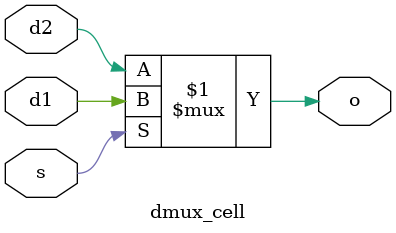
<source format=v>
module dmux_cell(	// file.cleaned.mlir:2:3
  input  d1,	// file.cleaned.mlir:2:27
         d2,	// file.cleaned.mlir:2:40
         s,	// file.cleaned.mlir:2:53
  output o	// file.cleaned.mlir:2:66
);

  assign o = s ? d1 : d2;	// file.cleaned.mlir:3:10, :4:5
endmodule


</source>
